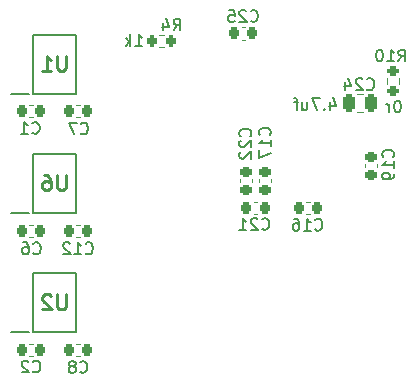
<source format=gbo>
G04 #@! TF.GenerationSoftware,KiCad,Pcbnew,8.0.8*
G04 #@! TF.CreationDate,2025-02-21T19:24:50+11:00*
G04 #@! TF.ProjectId,RP2350LevelShifter,52503233-3530-44c6-9576-656c53686966,rev?*
G04 #@! TF.SameCoordinates,Original*
G04 #@! TF.FileFunction,Legend,Bot*
G04 #@! TF.FilePolarity,Positive*
%FSLAX46Y46*%
G04 Gerber Fmt 4.6, Leading zero omitted, Abs format (unit mm)*
G04 Created by KiCad (PCBNEW 8.0.8) date 2025-02-21 19:24:50*
%MOMM*%
%LPD*%
G01*
G04 APERTURE LIST*
G04 Aperture macros list*
%AMRoundRect*
0 Rectangle with rounded corners*
0 $1 Rounding radius*
0 $2 $3 $4 $5 $6 $7 $8 $9 X,Y pos of 4 corners*
0 Add a 4 corners polygon primitive as box body*
4,1,4,$2,$3,$4,$5,$6,$7,$8,$9,$2,$3,0*
0 Add four circle primitives for the rounded corners*
1,1,$1+$1,$2,$3*
1,1,$1+$1,$4,$5*
1,1,$1+$1,$6,$7*
1,1,$1+$1,$8,$9*
0 Add four rect primitives between the rounded corners*
20,1,$1+$1,$2,$3,$4,$5,0*
20,1,$1+$1,$4,$5,$6,$7,0*
20,1,$1+$1,$6,$7,$8,$9,0*
20,1,$1+$1,$8,$9,$2,$3,0*%
G04 Aperture macros list end*
%ADD10C,0.254000*%
%ADD11C,0.150000*%
%ADD12C,0.200000*%
%ADD13C,0.120000*%
%ADD14R,1.700000X1.700000*%
%ADD15O,1.700000X1.700000*%
%ADD16C,2.500000*%
%ADD17R,1.600000X1.600000*%
%ADD18C,1.600000*%
%ADD19O,1.350000X1.700000*%
%ADD20O,1.100000X1.500000*%
%ADD21C,0.700000*%
%ADD22R,1.475000X0.450000*%
%ADD23RoundRect,0.225000X-0.225000X-0.250000X0.225000X-0.250000X0.225000X0.250000X-0.225000X0.250000X0*%
%ADD24RoundRect,0.200000X-0.275000X0.200000X-0.275000X-0.200000X0.275000X-0.200000X0.275000X0.200000X0*%
%ADD25RoundRect,0.225000X0.225000X0.250000X-0.225000X0.250000X-0.225000X-0.250000X0.225000X-0.250000X0*%
%ADD26RoundRect,0.225000X-0.250000X0.225000X-0.250000X-0.225000X0.250000X-0.225000X0.250000X0.225000X0*%
%ADD27RoundRect,0.200000X0.200000X0.275000X-0.200000X0.275000X-0.200000X-0.275000X0.200000X-0.275000X0*%
%ADD28RoundRect,0.225000X0.250000X-0.225000X0.250000X0.225000X-0.250000X0.225000X-0.250000X-0.225000X0*%
%ADD29RoundRect,0.250000X0.250000X0.475000X-0.250000X0.475000X-0.250000X-0.475000X0.250000X-0.475000X0*%
G04 APERTURE END LIST*
D10*
X129967619Y-94604318D02*
X129967619Y-95632413D01*
X129967619Y-95632413D02*
X129907142Y-95753365D01*
X129907142Y-95753365D02*
X129846666Y-95813842D01*
X129846666Y-95813842D02*
X129725714Y-95874318D01*
X129725714Y-95874318D02*
X129483809Y-95874318D01*
X129483809Y-95874318D02*
X129362857Y-95813842D01*
X129362857Y-95813842D02*
X129302380Y-95753365D01*
X129302380Y-95753365D02*
X129241904Y-95632413D01*
X129241904Y-95632413D02*
X129241904Y-94604318D01*
X127971904Y-95874318D02*
X128697619Y-95874318D01*
X128334762Y-95874318D02*
X128334762Y-94604318D01*
X128334762Y-94604318D02*
X128455714Y-94785746D01*
X128455714Y-94785746D02*
X128576666Y-94906699D01*
X128576666Y-94906699D02*
X128697619Y-94967175D01*
D11*
X146565857Y-109249380D02*
X146613476Y-109297000D01*
X146613476Y-109297000D02*
X146756333Y-109344619D01*
X146756333Y-109344619D02*
X146851571Y-109344619D01*
X146851571Y-109344619D02*
X146994428Y-109297000D01*
X146994428Y-109297000D02*
X147089666Y-109201761D01*
X147089666Y-109201761D02*
X147137285Y-109106523D01*
X147137285Y-109106523D02*
X147184904Y-108916047D01*
X147184904Y-108916047D02*
X147184904Y-108773190D01*
X147184904Y-108773190D02*
X147137285Y-108582714D01*
X147137285Y-108582714D02*
X147089666Y-108487476D01*
X147089666Y-108487476D02*
X146994428Y-108392238D01*
X146994428Y-108392238D02*
X146851571Y-108344619D01*
X146851571Y-108344619D02*
X146756333Y-108344619D01*
X146756333Y-108344619D02*
X146613476Y-108392238D01*
X146613476Y-108392238D02*
X146565857Y-108439857D01*
X146184904Y-108439857D02*
X146137285Y-108392238D01*
X146137285Y-108392238D02*
X146042047Y-108344619D01*
X146042047Y-108344619D02*
X145803952Y-108344619D01*
X145803952Y-108344619D02*
X145708714Y-108392238D01*
X145708714Y-108392238D02*
X145661095Y-108439857D01*
X145661095Y-108439857D02*
X145613476Y-108535095D01*
X145613476Y-108535095D02*
X145613476Y-108630333D01*
X145613476Y-108630333D02*
X145661095Y-108773190D01*
X145661095Y-108773190D02*
X146232523Y-109344619D01*
X146232523Y-109344619D02*
X145613476Y-109344619D01*
X144661095Y-109344619D02*
X145232523Y-109344619D01*
X144946809Y-109344619D02*
X144946809Y-108344619D01*
X144946809Y-108344619D02*
X145042047Y-108487476D01*
X145042047Y-108487476D02*
X145137285Y-108582714D01*
X145137285Y-108582714D02*
X145232523Y-108630333D01*
X158122857Y-95069819D02*
X158456190Y-94593628D01*
X158694285Y-95069819D02*
X158694285Y-94069819D01*
X158694285Y-94069819D02*
X158313333Y-94069819D01*
X158313333Y-94069819D02*
X158218095Y-94117438D01*
X158218095Y-94117438D02*
X158170476Y-94165057D01*
X158170476Y-94165057D02*
X158122857Y-94260295D01*
X158122857Y-94260295D02*
X158122857Y-94403152D01*
X158122857Y-94403152D02*
X158170476Y-94498390D01*
X158170476Y-94498390D02*
X158218095Y-94546009D01*
X158218095Y-94546009D02*
X158313333Y-94593628D01*
X158313333Y-94593628D02*
X158694285Y-94593628D01*
X157170476Y-95069819D02*
X157741904Y-95069819D01*
X157456190Y-95069819D02*
X157456190Y-94069819D01*
X157456190Y-94069819D02*
X157551428Y-94212676D01*
X157551428Y-94212676D02*
X157646666Y-94307914D01*
X157646666Y-94307914D02*
X157741904Y-94355533D01*
X156551428Y-94069819D02*
X156456190Y-94069819D01*
X156456190Y-94069819D02*
X156360952Y-94117438D01*
X156360952Y-94117438D02*
X156313333Y-94165057D01*
X156313333Y-94165057D02*
X156265714Y-94260295D01*
X156265714Y-94260295D02*
X156218095Y-94450771D01*
X156218095Y-94450771D02*
X156218095Y-94688866D01*
X156218095Y-94688866D02*
X156265714Y-94879342D01*
X156265714Y-94879342D02*
X156313333Y-94974580D01*
X156313333Y-94974580D02*
X156360952Y-95022200D01*
X156360952Y-95022200D02*
X156456190Y-95069819D01*
X156456190Y-95069819D02*
X156551428Y-95069819D01*
X156551428Y-95069819D02*
X156646666Y-95022200D01*
X156646666Y-95022200D02*
X156694285Y-94974580D01*
X156694285Y-94974580D02*
X156741904Y-94879342D01*
X156741904Y-94879342D02*
X156789523Y-94688866D01*
X156789523Y-94688866D02*
X156789523Y-94450771D01*
X156789523Y-94450771D02*
X156741904Y-94260295D01*
X156741904Y-94260295D02*
X156694285Y-94165057D01*
X156694285Y-94165057D02*
X156646666Y-94117438D01*
X156646666Y-94117438D02*
X156551428Y-94069819D01*
X158091142Y-98387819D02*
X157995904Y-98387819D01*
X157995904Y-98387819D02*
X157900666Y-98435438D01*
X157900666Y-98435438D02*
X157853047Y-98483057D01*
X157853047Y-98483057D02*
X157805428Y-98578295D01*
X157805428Y-98578295D02*
X157757809Y-98768771D01*
X157757809Y-98768771D02*
X157757809Y-99006866D01*
X157757809Y-99006866D02*
X157805428Y-99197342D01*
X157805428Y-99197342D02*
X157853047Y-99292580D01*
X157853047Y-99292580D02*
X157900666Y-99340200D01*
X157900666Y-99340200D02*
X157995904Y-99387819D01*
X157995904Y-99387819D02*
X158091142Y-99387819D01*
X158091142Y-99387819D02*
X158186380Y-99340200D01*
X158186380Y-99340200D02*
X158233999Y-99292580D01*
X158233999Y-99292580D02*
X158281618Y-99197342D01*
X158281618Y-99197342D02*
X158329237Y-99006866D01*
X158329237Y-99006866D02*
X158329237Y-98768771D01*
X158329237Y-98768771D02*
X158281618Y-98578295D01*
X158281618Y-98578295D02*
X158233999Y-98483057D01*
X158233999Y-98483057D02*
X158186380Y-98435438D01*
X158186380Y-98435438D02*
X158091142Y-98387819D01*
X157329237Y-99387819D02*
X157329237Y-98721152D01*
X157329237Y-98911628D02*
X157281618Y-98816390D01*
X157281618Y-98816390D02*
X157233999Y-98768771D01*
X157233999Y-98768771D02*
X157138761Y-98721152D01*
X157138761Y-98721152D02*
X157043523Y-98721152D01*
D10*
X129967619Y-104704318D02*
X129967619Y-105732413D01*
X129967619Y-105732413D02*
X129907142Y-105853365D01*
X129907142Y-105853365D02*
X129846666Y-105913842D01*
X129846666Y-105913842D02*
X129725714Y-105974318D01*
X129725714Y-105974318D02*
X129483809Y-105974318D01*
X129483809Y-105974318D02*
X129362857Y-105913842D01*
X129362857Y-105913842D02*
X129302380Y-105853365D01*
X129302380Y-105853365D02*
X129241904Y-105732413D01*
X129241904Y-105732413D02*
X129241904Y-104704318D01*
X128092857Y-104704318D02*
X128334762Y-104704318D01*
X128334762Y-104704318D02*
X128455714Y-104764794D01*
X128455714Y-104764794D02*
X128516190Y-104825270D01*
X128516190Y-104825270D02*
X128637143Y-105006699D01*
X128637143Y-105006699D02*
X128697619Y-105248603D01*
X128697619Y-105248603D02*
X128697619Y-105732413D01*
X128697619Y-105732413D02*
X128637143Y-105853365D01*
X128637143Y-105853365D02*
X128576666Y-105913842D01*
X128576666Y-105913842D02*
X128455714Y-105974318D01*
X128455714Y-105974318D02*
X128213809Y-105974318D01*
X128213809Y-105974318D02*
X128092857Y-105913842D01*
X128092857Y-105913842D02*
X128032381Y-105853365D01*
X128032381Y-105853365D02*
X127971904Y-105732413D01*
X127971904Y-105732413D02*
X127971904Y-105430032D01*
X127971904Y-105430032D02*
X128032381Y-105309080D01*
X128032381Y-105309080D02*
X128092857Y-105248603D01*
X128092857Y-105248603D02*
X128213809Y-105188127D01*
X128213809Y-105188127D02*
X128455714Y-105188127D01*
X128455714Y-105188127D02*
X128576666Y-105248603D01*
X128576666Y-105248603D02*
X128637143Y-105309080D01*
X128637143Y-105309080D02*
X128697619Y-105430032D01*
D11*
X127166666Y-121309580D02*
X127214285Y-121357200D01*
X127214285Y-121357200D02*
X127357142Y-121404819D01*
X127357142Y-121404819D02*
X127452380Y-121404819D01*
X127452380Y-121404819D02*
X127595237Y-121357200D01*
X127595237Y-121357200D02*
X127690475Y-121261961D01*
X127690475Y-121261961D02*
X127738094Y-121166723D01*
X127738094Y-121166723D02*
X127785713Y-120976247D01*
X127785713Y-120976247D02*
X127785713Y-120833390D01*
X127785713Y-120833390D02*
X127738094Y-120642914D01*
X127738094Y-120642914D02*
X127690475Y-120547676D01*
X127690475Y-120547676D02*
X127595237Y-120452438D01*
X127595237Y-120452438D02*
X127452380Y-120404819D01*
X127452380Y-120404819D02*
X127357142Y-120404819D01*
X127357142Y-120404819D02*
X127214285Y-120452438D01*
X127214285Y-120452438D02*
X127166666Y-120500057D01*
X126785713Y-120500057D02*
X126738094Y-120452438D01*
X126738094Y-120452438D02*
X126642856Y-120404819D01*
X126642856Y-120404819D02*
X126404761Y-120404819D01*
X126404761Y-120404819D02*
X126309523Y-120452438D01*
X126309523Y-120452438D02*
X126261904Y-120500057D01*
X126261904Y-120500057D02*
X126214285Y-120595295D01*
X126214285Y-120595295D02*
X126214285Y-120690533D01*
X126214285Y-120690533D02*
X126261904Y-120833390D01*
X126261904Y-120833390D02*
X126833332Y-121404819D01*
X126833332Y-121404819D02*
X126214285Y-121404819D01*
X127116666Y-101109580D02*
X127164285Y-101157200D01*
X127164285Y-101157200D02*
X127307142Y-101204819D01*
X127307142Y-101204819D02*
X127402380Y-101204819D01*
X127402380Y-101204819D02*
X127545237Y-101157200D01*
X127545237Y-101157200D02*
X127640475Y-101061961D01*
X127640475Y-101061961D02*
X127688094Y-100966723D01*
X127688094Y-100966723D02*
X127735713Y-100776247D01*
X127735713Y-100776247D02*
X127735713Y-100633390D01*
X127735713Y-100633390D02*
X127688094Y-100442914D01*
X127688094Y-100442914D02*
X127640475Y-100347676D01*
X127640475Y-100347676D02*
X127545237Y-100252438D01*
X127545237Y-100252438D02*
X127402380Y-100204819D01*
X127402380Y-100204819D02*
X127307142Y-100204819D01*
X127307142Y-100204819D02*
X127164285Y-100252438D01*
X127164285Y-100252438D02*
X127116666Y-100300057D01*
X126164285Y-101204819D02*
X126735713Y-101204819D01*
X126449999Y-101204819D02*
X126449999Y-100204819D01*
X126449999Y-100204819D02*
X126545237Y-100347676D01*
X126545237Y-100347676D02*
X126640475Y-100442914D01*
X126640475Y-100442914D02*
X126735713Y-100490533D01*
X131216666Y-101159580D02*
X131264285Y-101207200D01*
X131264285Y-101207200D02*
X131407142Y-101254819D01*
X131407142Y-101254819D02*
X131502380Y-101254819D01*
X131502380Y-101254819D02*
X131645237Y-101207200D01*
X131645237Y-101207200D02*
X131740475Y-101111961D01*
X131740475Y-101111961D02*
X131788094Y-101016723D01*
X131788094Y-101016723D02*
X131835713Y-100826247D01*
X131835713Y-100826247D02*
X131835713Y-100683390D01*
X131835713Y-100683390D02*
X131788094Y-100492914D01*
X131788094Y-100492914D02*
X131740475Y-100397676D01*
X131740475Y-100397676D02*
X131645237Y-100302438D01*
X131645237Y-100302438D02*
X131502380Y-100254819D01*
X131502380Y-100254819D02*
X131407142Y-100254819D01*
X131407142Y-100254819D02*
X131264285Y-100302438D01*
X131264285Y-100302438D02*
X131216666Y-100350057D01*
X130883332Y-100254819D02*
X130216666Y-100254819D01*
X130216666Y-100254819D02*
X130645237Y-101254819D01*
X157661780Y-103166942D02*
X157709400Y-103119323D01*
X157709400Y-103119323D02*
X157757019Y-102976466D01*
X157757019Y-102976466D02*
X157757019Y-102881228D01*
X157757019Y-102881228D02*
X157709400Y-102738371D01*
X157709400Y-102738371D02*
X157614161Y-102643133D01*
X157614161Y-102643133D02*
X157518923Y-102595514D01*
X157518923Y-102595514D02*
X157328447Y-102547895D01*
X157328447Y-102547895D02*
X157185590Y-102547895D01*
X157185590Y-102547895D02*
X156995114Y-102595514D01*
X156995114Y-102595514D02*
X156899876Y-102643133D01*
X156899876Y-102643133D02*
X156804638Y-102738371D01*
X156804638Y-102738371D02*
X156757019Y-102881228D01*
X156757019Y-102881228D02*
X156757019Y-102976466D01*
X156757019Y-102976466D02*
X156804638Y-103119323D01*
X156804638Y-103119323D02*
X156852257Y-103166942D01*
X157757019Y-104119323D02*
X157757019Y-103547895D01*
X157757019Y-103833609D02*
X156757019Y-103833609D01*
X156757019Y-103833609D02*
X156899876Y-103738371D01*
X156899876Y-103738371D02*
X156995114Y-103643133D01*
X156995114Y-103643133D02*
X157042733Y-103547895D01*
X157757019Y-104595514D02*
X157757019Y-104785990D01*
X157757019Y-104785990D02*
X157709400Y-104881228D01*
X157709400Y-104881228D02*
X157661780Y-104928847D01*
X157661780Y-104928847D02*
X157518923Y-105024085D01*
X157518923Y-105024085D02*
X157328447Y-105071704D01*
X157328447Y-105071704D02*
X156947495Y-105071704D01*
X156947495Y-105071704D02*
X156852257Y-105024085D01*
X156852257Y-105024085D02*
X156804638Y-104976466D01*
X156804638Y-104976466D02*
X156757019Y-104881228D01*
X156757019Y-104881228D02*
X156757019Y-104690752D01*
X156757019Y-104690752D02*
X156804638Y-104595514D01*
X156804638Y-104595514D02*
X156852257Y-104547895D01*
X156852257Y-104547895D02*
X156947495Y-104500276D01*
X156947495Y-104500276D02*
X157185590Y-104500276D01*
X157185590Y-104500276D02*
X157280828Y-104547895D01*
X157280828Y-104547895D02*
X157328447Y-104595514D01*
X157328447Y-104595514D02*
X157376066Y-104690752D01*
X157376066Y-104690752D02*
X157376066Y-104881228D01*
X157376066Y-104881228D02*
X157328447Y-104976466D01*
X157328447Y-104976466D02*
X157280828Y-105024085D01*
X157280828Y-105024085D02*
X157185590Y-105071704D01*
X139079266Y-92453619D02*
X139412599Y-91977428D01*
X139650694Y-92453619D02*
X139650694Y-91453619D01*
X139650694Y-91453619D02*
X139269742Y-91453619D01*
X139269742Y-91453619D02*
X139174504Y-91501238D01*
X139174504Y-91501238D02*
X139126885Y-91548857D01*
X139126885Y-91548857D02*
X139079266Y-91644095D01*
X139079266Y-91644095D02*
X139079266Y-91786952D01*
X139079266Y-91786952D02*
X139126885Y-91882190D01*
X139126885Y-91882190D02*
X139174504Y-91929809D01*
X139174504Y-91929809D02*
X139269742Y-91977428D01*
X139269742Y-91977428D02*
X139650694Y-91977428D01*
X138222123Y-91786952D02*
X138222123Y-92453619D01*
X138460218Y-91406000D02*
X138698313Y-92120285D01*
X138698313Y-92120285D02*
X138079266Y-92120285D01*
X135856647Y-93774419D02*
X136428075Y-93774419D01*
X136142361Y-93774419D02*
X136142361Y-92774419D01*
X136142361Y-92774419D02*
X136237599Y-92917276D01*
X136237599Y-92917276D02*
X136332837Y-93012514D01*
X136332837Y-93012514D02*
X136428075Y-93060133D01*
X135428075Y-93774419D02*
X135428075Y-92774419D01*
X135332837Y-93393466D02*
X135047123Y-93774419D01*
X135047123Y-93107752D02*
X135428075Y-93488704D01*
X127216666Y-111309580D02*
X127264285Y-111357200D01*
X127264285Y-111357200D02*
X127407142Y-111404819D01*
X127407142Y-111404819D02*
X127502380Y-111404819D01*
X127502380Y-111404819D02*
X127645237Y-111357200D01*
X127645237Y-111357200D02*
X127740475Y-111261961D01*
X127740475Y-111261961D02*
X127788094Y-111166723D01*
X127788094Y-111166723D02*
X127835713Y-110976247D01*
X127835713Y-110976247D02*
X127835713Y-110833390D01*
X127835713Y-110833390D02*
X127788094Y-110642914D01*
X127788094Y-110642914D02*
X127740475Y-110547676D01*
X127740475Y-110547676D02*
X127645237Y-110452438D01*
X127645237Y-110452438D02*
X127502380Y-110404819D01*
X127502380Y-110404819D02*
X127407142Y-110404819D01*
X127407142Y-110404819D02*
X127264285Y-110452438D01*
X127264285Y-110452438D02*
X127216666Y-110500057D01*
X126359523Y-110404819D02*
X126549999Y-110404819D01*
X126549999Y-110404819D02*
X126645237Y-110452438D01*
X126645237Y-110452438D02*
X126692856Y-110500057D01*
X126692856Y-110500057D02*
X126788094Y-110642914D01*
X126788094Y-110642914D02*
X126835713Y-110833390D01*
X126835713Y-110833390D02*
X126835713Y-111214342D01*
X126835713Y-111214342D02*
X126788094Y-111309580D01*
X126788094Y-111309580D02*
X126740475Y-111357200D01*
X126740475Y-111357200D02*
X126645237Y-111404819D01*
X126645237Y-111404819D02*
X126454761Y-111404819D01*
X126454761Y-111404819D02*
X126359523Y-111357200D01*
X126359523Y-111357200D02*
X126311904Y-111309580D01*
X126311904Y-111309580D02*
X126264285Y-111214342D01*
X126264285Y-111214342D02*
X126264285Y-110976247D01*
X126264285Y-110976247D02*
X126311904Y-110881009D01*
X126311904Y-110881009D02*
X126359523Y-110833390D01*
X126359523Y-110833390D02*
X126454761Y-110785771D01*
X126454761Y-110785771D02*
X126645237Y-110785771D01*
X126645237Y-110785771D02*
X126740475Y-110833390D01*
X126740475Y-110833390D02*
X126788094Y-110881009D01*
X126788094Y-110881009D02*
X126835713Y-110976247D01*
D10*
X129967619Y-114804318D02*
X129967619Y-115832413D01*
X129967619Y-115832413D02*
X129907142Y-115953365D01*
X129907142Y-115953365D02*
X129846666Y-116013842D01*
X129846666Y-116013842D02*
X129725714Y-116074318D01*
X129725714Y-116074318D02*
X129483809Y-116074318D01*
X129483809Y-116074318D02*
X129362857Y-116013842D01*
X129362857Y-116013842D02*
X129302380Y-115953365D01*
X129302380Y-115953365D02*
X129241904Y-115832413D01*
X129241904Y-115832413D02*
X129241904Y-114804318D01*
X128697619Y-114925270D02*
X128637143Y-114864794D01*
X128637143Y-114864794D02*
X128516190Y-114804318D01*
X128516190Y-114804318D02*
X128213809Y-114804318D01*
X128213809Y-114804318D02*
X128092857Y-114864794D01*
X128092857Y-114864794D02*
X128032381Y-114925270D01*
X128032381Y-114925270D02*
X127971904Y-115046222D01*
X127971904Y-115046222D02*
X127971904Y-115167175D01*
X127971904Y-115167175D02*
X128032381Y-115348603D01*
X128032381Y-115348603D02*
X128758095Y-116074318D01*
X128758095Y-116074318D02*
X127971904Y-116074318D01*
D11*
X147209580Y-101307142D02*
X147257200Y-101259523D01*
X147257200Y-101259523D02*
X147304819Y-101116666D01*
X147304819Y-101116666D02*
X147304819Y-101021428D01*
X147304819Y-101021428D02*
X147257200Y-100878571D01*
X147257200Y-100878571D02*
X147161961Y-100783333D01*
X147161961Y-100783333D02*
X147066723Y-100735714D01*
X147066723Y-100735714D02*
X146876247Y-100688095D01*
X146876247Y-100688095D02*
X146733390Y-100688095D01*
X146733390Y-100688095D02*
X146542914Y-100735714D01*
X146542914Y-100735714D02*
X146447676Y-100783333D01*
X146447676Y-100783333D02*
X146352438Y-100878571D01*
X146352438Y-100878571D02*
X146304819Y-101021428D01*
X146304819Y-101021428D02*
X146304819Y-101116666D01*
X146304819Y-101116666D02*
X146352438Y-101259523D01*
X146352438Y-101259523D02*
X146400057Y-101307142D01*
X147304819Y-102259523D02*
X147304819Y-101688095D01*
X147304819Y-101973809D02*
X146304819Y-101973809D01*
X146304819Y-101973809D02*
X146447676Y-101878571D01*
X146447676Y-101878571D02*
X146542914Y-101783333D01*
X146542914Y-101783333D02*
X146590533Y-101688095D01*
X146304819Y-102592857D02*
X146304819Y-103259523D01*
X146304819Y-103259523D02*
X147304819Y-102830952D01*
X145600657Y-91647180D02*
X145648276Y-91694800D01*
X145648276Y-91694800D02*
X145791133Y-91742419D01*
X145791133Y-91742419D02*
X145886371Y-91742419D01*
X145886371Y-91742419D02*
X146029228Y-91694800D01*
X146029228Y-91694800D02*
X146124466Y-91599561D01*
X146124466Y-91599561D02*
X146172085Y-91504323D01*
X146172085Y-91504323D02*
X146219704Y-91313847D01*
X146219704Y-91313847D02*
X146219704Y-91170990D01*
X146219704Y-91170990D02*
X146172085Y-90980514D01*
X146172085Y-90980514D02*
X146124466Y-90885276D01*
X146124466Y-90885276D02*
X146029228Y-90790038D01*
X146029228Y-90790038D02*
X145886371Y-90742419D01*
X145886371Y-90742419D02*
X145791133Y-90742419D01*
X145791133Y-90742419D02*
X145648276Y-90790038D01*
X145648276Y-90790038D02*
X145600657Y-90837657D01*
X145219704Y-90837657D02*
X145172085Y-90790038D01*
X145172085Y-90790038D02*
X145076847Y-90742419D01*
X145076847Y-90742419D02*
X144838752Y-90742419D01*
X144838752Y-90742419D02*
X144743514Y-90790038D01*
X144743514Y-90790038D02*
X144695895Y-90837657D01*
X144695895Y-90837657D02*
X144648276Y-90932895D01*
X144648276Y-90932895D02*
X144648276Y-91028133D01*
X144648276Y-91028133D02*
X144695895Y-91170990D01*
X144695895Y-91170990D02*
X145267323Y-91742419D01*
X145267323Y-91742419D02*
X144648276Y-91742419D01*
X143743514Y-90742419D02*
X144219704Y-90742419D01*
X144219704Y-90742419D02*
X144267323Y-91218609D01*
X144267323Y-91218609D02*
X144219704Y-91170990D01*
X144219704Y-91170990D02*
X144124466Y-91123371D01*
X144124466Y-91123371D02*
X143886371Y-91123371D01*
X143886371Y-91123371D02*
X143791133Y-91170990D01*
X143791133Y-91170990D02*
X143743514Y-91218609D01*
X143743514Y-91218609D02*
X143695895Y-91313847D01*
X143695895Y-91313847D02*
X143695895Y-91551942D01*
X143695895Y-91551942D02*
X143743514Y-91647180D01*
X143743514Y-91647180D02*
X143791133Y-91694800D01*
X143791133Y-91694800D02*
X143886371Y-91742419D01*
X143886371Y-91742419D02*
X144124466Y-91742419D01*
X144124466Y-91742419D02*
X144219704Y-91694800D01*
X144219704Y-91694800D02*
X144267323Y-91647180D01*
X145559580Y-101407142D02*
X145607200Y-101359523D01*
X145607200Y-101359523D02*
X145654819Y-101216666D01*
X145654819Y-101216666D02*
X145654819Y-101121428D01*
X145654819Y-101121428D02*
X145607200Y-100978571D01*
X145607200Y-100978571D02*
X145511961Y-100883333D01*
X145511961Y-100883333D02*
X145416723Y-100835714D01*
X145416723Y-100835714D02*
X145226247Y-100788095D01*
X145226247Y-100788095D02*
X145083390Y-100788095D01*
X145083390Y-100788095D02*
X144892914Y-100835714D01*
X144892914Y-100835714D02*
X144797676Y-100883333D01*
X144797676Y-100883333D02*
X144702438Y-100978571D01*
X144702438Y-100978571D02*
X144654819Y-101121428D01*
X144654819Y-101121428D02*
X144654819Y-101216666D01*
X144654819Y-101216666D02*
X144702438Y-101359523D01*
X144702438Y-101359523D02*
X144750057Y-101407142D01*
X144750057Y-101788095D02*
X144702438Y-101835714D01*
X144702438Y-101835714D02*
X144654819Y-101930952D01*
X144654819Y-101930952D02*
X144654819Y-102169047D01*
X144654819Y-102169047D02*
X144702438Y-102264285D01*
X144702438Y-102264285D02*
X144750057Y-102311904D01*
X144750057Y-102311904D02*
X144845295Y-102359523D01*
X144845295Y-102359523D02*
X144940533Y-102359523D01*
X144940533Y-102359523D02*
X145083390Y-102311904D01*
X145083390Y-102311904D02*
X145654819Y-101740476D01*
X145654819Y-101740476D02*
X145654819Y-102359523D01*
X144750057Y-102740476D02*
X144702438Y-102788095D01*
X144702438Y-102788095D02*
X144654819Y-102883333D01*
X144654819Y-102883333D02*
X144654819Y-103121428D01*
X144654819Y-103121428D02*
X144702438Y-103216666D01*
X144702438Y-103216666D02*
X144750057Y-103264285D01*
X144750057Y-103264285D02*
X144845295Y-103311904D01*
X144845295Y-103311904D02*
X144940533Y-103311904D01*
X144940533Y-103311904D02*
X145083390Y-103264285D01*
X145083390Y-103264285D02*
X145654819Y-102692857D01*
X145654819Y-102692857D02*
X145654819Y-103311904D01*
X155446457Y-97412380D02*
X155494076Y-97460000D01*
X155494076Y-97460000D02*
X155636933Y-97507619D01*
X155636933Y-97507619D02*
X155732171Y-97507619D01*
X155732171Y-97507619D02*
X155875028Y-97460000D01*
X155875028Y-97460000D02*
X155970266Y-97364761D01*
X155970266Y-97364761D02*
X156017885Y-97269523D01*
X156017885Y-97269523D02*
X156065504Y-97079047D01*
X156065504Y-97079047D02*
X156065504Y-96936190D01*
X156065504Y-96936190D02*
X156017885Y-96745714D01*
X156017885Y-96745714D02*
X155970266Y-96650476D01*
X155970266Y-96650476D02*
X155875028Y-96555238D01*
X155875028Y-96555238D02*
X155732171Y-96507619D01*
X155732171Y-96507619D02*
X155636933Y-96507619D01*
X155636933Y-96507619D02*
X155494076Y-96555238D01*
X155494076Y-96555238D02*
X155446457Y-96602857D01*
X155065504Y-96602857D02*
X155017885Y-96555238D01*
X155017885Y-96555238D02*
X154922647Y-96507619D01*
X154922647Y-96507619D02*
X154684552Y-96507619D01*
X154684552Y-96507619D02*
X154589314Y-96555238D01*
X154589314Y-96555238D02*
X154541695Y-96602857D01*
X154541695Y-96602857D02*
X154494076Y-96698095D01*
X154494076Y-96698095D02*
X154494076Y-96793333D01*
X154494076Y-96793333D02*
X154541695Y-96936190D01*
X154541695Y-96936190D02*
X155113123Y-97507619D01*
X155113123Y-97507619D02*
X154494076Y-97507619D01*
X153636933Y-96840952D02*
X153636933Y-97507619D01*
X153875028Y-96460000D02*
X154113123Y-97174285D01*
X154113123Y-97174285D02*
X153494076Y-97174285D01*
X152366504Y-98492552D02*
X152366504Y-99159219D01*
X152604599Y-98111600D02*
X152842694Y-98825885D01*
X152842694Y-98825885D02*
X152223647Y-98825885D01*
X151842694Y-99063980D02*
X151795075Y-99111600D01*
X151795075Y-99111600D02*
X151842694Y-99159219D01*
X151842694Y-99159219D02*
X151890313Y-99111600D01*
X151890313Y-99111600D02*
X151842694Y-99063980D01*
X151842694Y-99063980D02*
X151842694Y-99159219D01*
X151461742Y-98159219D02*
X150795076Y-98159219D01*
X150795076Y-98159219D02*
X151223647Y-99159219D01*
X149985552Y-98492552D02*
X149985552Y-99159219D01*
X150414123Y-98492552D02*
X150414123Y-99016361D01*
X150414123Y-99016361D02*
X150366504Y-99111600D01*
X150366504Y-99111600D02*
X150271266Y-99159219D01*
X150271266Y-99159219D02*
X150128409Y-99159219D01*
X150128409Y-99159219D02*
X150033171Y-99111600D01*
X150033171Y-99111600D02*
X149985552Y-99063980D01*
X149652218Y-98492552D02*
X149271266Y-98492552D01*
X149509361Y-99159219D02*
X149509361Y-98302076D01*
X149509361Y-98302076D02*
X149461742Y-98206838D01*
X149461742Y-98206838D02*
X149366504Y-98159219D01*
X149366504Y-98159219D02*
X149271266Y-98159219D01*
X151061657Y-109300180D02*
X151109276Y-109347800D01*
X151109276Y-109347800D02*
X151252133Y-109395419D01*
X151252133Y-109395419D02*
X151347371Y-109395419D01*
X151347371Y-109395419D02*
X151490228Y-109347800D01*
X151490228Y-109347800D02*
X151585466Y-109252561D01*
X151585466Y-109252561D02*
X151633085Y-109157323D01*
X151633085Y-109157323D02*
X151680704Y-108966847D01*
X151680704Y-108966847D02*
X151680704Y-108823990D01*
X151680704Y-108823990D02*
X151633085Y-108633514D01*
X151633085Y-108633514D02*
X151585466Y-108538276D01*
X151585466Y-108538276D02*
X151490228Y-108443038D01*
X151490228Y-108443038D02*
X151347371Y-108395419D01*
X151347371Y-108395419D02*
X151252133Y-108395419D01*
X151252133Y-108395419D02*
X151109276Y-108443038D01*
X151109276Y-108443038D02*
X151061657Y-108490657D01*
X150109276Y-109395419D02*
X150680704Y-109395419D01*
X150394990Y-109395419D02*
X150394990Y-108395419D01*
X150394990Y-108395419D02*
X150490228Y-108538276D01*
X150490228Y-108538276D02*
X150585466Y-108633514D01*
X150585466Y-108633514D02*
X150680704Y-108681133D01*
X149252133Y-108395419D02*
X149442609Y-108395419D01*
X149442609Y-108395419D02*
X149537847Y-108443038D01*
X149537847Y-108443038D02*
X149585466Y-108490657D01*
X149585466Y-108490657D02*
X149680704Y-108633514D01*
X149680704Y-108633514D02*
X149728323Y-108823990D01*
X149728323Y-108823990D02*
X149728323Y-109204942D01*
X149728323Y-109204942D02*
X149680704Y-109300180D01*
X149680704Y-109300180D02*
X149633085Y-109347800D01*
X149633085Y-109347800D02*
X149537847Y-109395419D01*
X149537847Y-109395419D02*
X149347371Y-109395419D01*
X149347371Y-109395419D02*
X149252133Y-109347800D01*
X149252133Y-109347800D02*
X149204514Y-109300180D01*
X149204514Y-109300180D02*
X149156895Y-109204942D01*
X149156895Y-109204942D02*
X149156895Y-108966847D01*
X149156895Y-108966847D02*
X149204514Y-108871609D01*
X149204514Y-108871609D02*
X149252133Y-108823990D01*
X149252133Y-108823990D02*
X149347371Y-108776371D01*
X149347371Y-108776371D02*
X149537847Y-108776371D01*
X149537847Y-108776371D02*
X149633085Y-108823990D01*
X149633085Y-108823990D02*
X149680704Y-108871609D01*
X149680704Y-108871609D02*
X149728323Y-108966847D01*
X131642857Y-111309580D02*
X131690476Y-111357200D01*
X131690476Y-111357200D02*
X131833333Y-111404819D01*
X131833333Y-111404819D02*
X131928571Y-111404819D01*
X131928571Y-111404819D02*
X132071428Y-111357200D01*
X132071428Y-111357200D02*
X132166666Y-111261961D01*
X132166666Y-111261961D02*
X132214285Y-111166723D01*
X132214285Y-111166723D02*
X132261904Y-110976247D01*
X132261904Y-110976247D02*
X132261904Y-110833390D01*
X132261904Y-110833390D02*
X132214285Y-110642914D01*
X132214285Y-110642914D02*
X132166666Y-110547676D01*
X132166666Y-110547676D02*
X132071428Y-110452438D01*
X132071428Y-110452438D02*
X131928571Y-110404819D01*
X131928571Y-110404819D02*
X131833333Y-110404819D01*
X131833333Y-110404819D02*
X131690476Y-110452438D01*
X131690476Y-110452438D02*
X131642857Y-110500057D01*
X130690476Y-111404819D02*
X131261904Y-111404819D01*
X130976190Y-111404819D02*
X130976190Y-110404819D01*
X130976190Y-110404819D02*
X131071428Y-110547676D01*
X131071428Y-110547676D02*
X131166666Y-110642914D01*
X131166666Y-110642914D02*
X131261904Y-110690533D01*
X130309523Y-110500057D02*
X130261904Y-110452438D01*
X130261904Y-110452438D02*
X130166666Y-110404819D01*
X130166666Y-110404819D02*
X129928571Y-110404819D01*
X129928571Y-110404819D02*
X129833333Y-110452438D01*
X129833333Y-110452438D02*
X129785714Y-110500057D01*
X129785714Y-110500057D02*
X129738095Y-110595295D01*
X129738095Y-110595295D02*
X129738095Y-110690533D01*
X129738095Y-110690533D02*
X129785714Y-110833390D01*
X129785714Y-110833390D02*
X130357142Y-111404819D01*
X130357142Y-111404819D02*
X129738095Y-111404819D01*
X131166666Y-121359580D02*
X131214285Y-121407200D01*
X131214285Y-121407200D02*
X131357142Y-121454819D01*
X131357142Y-121454819D02*
X131452380Y-121454819D01*
X131452380Y-121454819D02*
X131595237Y-121407200D01*
X131595237Y-121407200D02*
X131690475Y-121311961D01*
X131690475Y-121311961D02*
X131738094Y-121216723D01*
X131738094Y-121216723D02*
X131785713Y-121026247D01*
X131785713Y-121026247D02*
X131785713Y-120883390D01*
X131785713Y-120883390D02*
X131738094Y-120692914D01*
X131738094Y-120692914D02*
X131690475Y-120597676D01*
X131690475Y-120597676D02*
X131595237Y-120502438D01*
X131595237Y-120502438D02*
X131452380Y-120454819D01*
X131452380Y-120454819D02*
X131357142Y-120454819D01*
X131357142Y-120454819D02*
X131214285Y-120502438D01*
X131214285Y-120502438D02*
X131166666Y-120550057D01*
X130595237Y-120883390D02*
X130690475Y-120835771D01*
X130690475Y-120835771D02*
X130738094Y-120788152D01*
X130738094Y-120788152D02*
X130785713Y-120692914D01*
X130785713Y-120692914D02*
X130785713Y-120645295D01*
X130785713Y-120645295D02*
X130738094Y-120550057D01*
X130738094Y-120550057D02*
X130690475Y-120502438D01*
X130690475Y-120502438D02*
X130595237Y-120454819D01*
X130595237Y-120454819D02*
X130404761Y-120454819D01*
X130404761Y-120454819D02*
X130309523Y-120502438D01*
X130309523Y-120502438D02*
X130261904Y-120550057D01*
X130261904Y-120550057D02*
X130214285Y-120645295D01*
X130214285Y-120645295D02*
X130214285Y-120692914D01*
X130214285Y-120692914D02*
X130261904Y-120788152D01*
X130261904Y-120788152D02*
X130309523Y-120835771D01*
X130309523Y-120835771D02*
X130404761Y-120883390D01*
X130404761Y-120883390D02*
X130595237Y-120883390D01*
X130595237Y-120883390D02*
X130690475Y-120931009D01*
X130690475Y-120931009D02*
X130738094Y-120978628D01*
X130738094Y-120978628D02*
X130785713Y-121073866D01*
X130785713Y-121073866D02*
X130785713Y-121264342D01*
X130785713Y-121264342D02*
X130738094Y-121359580D01*
X130738094Y-121359580D02*
X130690475Y-121407200D01*
X130690475Y-121407200D02*
X130595237Y-121454819D01*
X130595237Y-121454819D02*
X130404761Y-121454819D01*
X130404761Y-121454819D02*
X130309523Y-121407200D01*
X130309523Y-121407200D02*
X130261904Y-121359580D01*
X130261904Y-121359580D02*
X130214285Y-121264342D01*
X130214285Y-121264342D02*
X130214285Y-121073866D01*
X130214285Y-121073866D02*
X130261904Y-120978628D01*
X130261904Y-120978628D02*
X130309523Y-120931009D01*
X130309523Y-120931009D02*
X130404761Y-120883390D01*
D12*
X126800000Y-97825000D02*
X125325000Y-97825000D01*
X127150000Y-92800000D02*
X130850000Y-92800000D01*
X127150000Y-97800000D02*
X127150000Y-92800000D01*
X130850000Y-92800000D02*
X130850000Y-97800000D01*
X130850000Y-97800000D02*
X127150000Y-97800000D01*
D13*
X146165580Y-106940000D02*
X145884420Y-106940000D01*
X146165580Y-107960000D02*
X145884420Y-107960000D01*
X157160700Y-96973658D02*
X157160700Y-96499142D01*
X158205700Y-96973658D02*
X158205700Y-96499142D01*
D12*
X126800000Y-107925000D02*
X125325000Y-107925000D01*
X127150000Y-102900000D02*
X130850000Y-102900000D01*
X127150000Y-107900000D02*
X127150000Y-102900000D01*
X130850000Y-102900000D02*
X130850000Y-107900000D01*
X130850000Y-107900000D02*
X127150000Y-107900000D01*
D13*
X126859420Y-118990000D02*
X127140580Y-118990000D01*
X126859420Y-120010000D02*
X127140580Y-120010000D01*
X126859420Y-98790000D02*
X127140580Y-98790000D01*
X126859420Y-99810000D02*
X127140580Y-99810000D01*
X130859420Y-98790000D02*
X131140580Y-98790000D01*
X130859420Y-99810000D02*
X131140580Y-99810000D01*
X155319000Y-104051980D02*
X155319000Y-103770820D01*
X156339000Y-104051980D02*
X156339000Y-103770820D01*
X137824942Y-92847900D02*
X138299458Y-92847900D01*
X137824942Y-93892900D02*
X138299458Y-93892900D01*
X126859420Y-108890000D02*
X127140580Y-108890000D01*
X126859420Y-109910000D02*
X127140580Y-109910000D01*
D12*
X126800000Y-118025000D02*
X125325000Y-118025000D01*
X127150000Y-113000000D02*
X130850000Y-113000000D01*
X127150000Y-118000000D02*
X127150000Y-113000000D01*
X130850000Y-113000000D02*
X130850000Y-118000000D01*
X130850000Y-118000000D02*
X127150000Y-118000000D01*
D13*
X146290000Y-105034419D02*
X146290000Y-105315581D01*
X147310000Y-105034419D02*
X147310000Y-105315581D01*
X145123780Y-92200000D02*
X144842620Y-92200000D01*
X145123780Y-93220000D02*
X144842620Y-93220000D01*
X144690000Y-105315580D02*
X144690000Y-105034420D01*
X145710000Y-105315580D02*
X145710000Y-105034420D01*
X154592348Y-97867800D02*
X155114852Y-97867800D01*
X154592348Y-99337800D02*
X155114852Y-99337800D01*
X150309420Y-106940000D02*
X150590580Y-106940000D01*
X150309420Y-107960000D02*
X150590580Y-107960000D01*
X130859420Y-108890000D02*
X131140580Y-108890000D01*
X130859420Y-109910000D02*
X131140580Y-109910000D01*
X130859420Y-118990000D02*
X131140580Y-118990000D01*
X130859420Y-120010000D02*
X131140580Y-120010000D01*
%LPC*%
D14*
X118490000Y-129550000D03*
D15*
X115950000Y-129550000D03*
X118490000Y-127010000D03*
X115950000Y-127010000D03*
X118490000Y-124470000D03*
X115950000Y-124470000D03*
X118490000Y-121930000D03*
X115950000Y-121930000D03*
X118490000Y-119390000D03*
X115950000Y-119390000D03*
X118490000Y-116850000D03*
X115950000Y-116850000D03*
X118490000Y-114310000D03*
X115950000Y-114310000D03*
X118490000Y-111770000D03*
X115950000Y-111770000D03*
X118490000Y-109230000D03*
X115950000Y-109230000D03*
X118490000Y-106690000D03*
X115950000Y-106690000D03*
X118490000Y-104150000D03*
X115950000Y-104150000D03*
X118490000Y-101610000D03*
X115950000Y-101610000D03*
X118490000Y-99070000D03*
X115950000Y-99070000D03*
X118490000Y-96530000D03*
X115950000Y-96530000D03*
X118490000Y-93990000D03*
X115950000Y-93990000D03*
X118490000Y-91450000D03*
X115950000Y-91450000D03*
D16*
X123000000Y-88500000D03*
D17*
X130641700Y-127010000D03*
D18*
X130641700Y-124510000D03*
D14*
X160197800Y-93395800D03*
D15*
X160197800Y-95935800D03*
X160197800Y-98475800D03*
X160197800Y-101015800D03*
X160197800Y-103555800D03*
X160197800Y-106095800D03*
D16*
X159000000Y-88500000D03*
D19*
X141693000Y-87327800D03*
D20*
X141383000Y-90327800D03*
X136543000Y-90327800D03*
D19*
X136233000Y-87327800D03*
D16*
X159000000Y-132500000D03*
D14*
X148590000Y-126410000D03*
D15*
X151130000Y-126410000D03*
X153670000Y-126410000D03*
D14*
X128874600Y-87655400D03*
D15*
X131414600Y-87655400D03*
D14*
X148590000Y-89611200D03*
D15*
X151130000Y-89611200D03*
X153670000Y-89611200D03*
D21*
X150200000Y-106062500D03*
X150200000Y-105062500D03*
X150200000Y-104062500D03*
X149200000Y-106062500D03*
X149200000Y-105062500D03*
X149200000Y-104062500D03*
X148200000Y-106062500D03*
X148200000Y-105062500D03*
X148200000Y-104062500D03*
D16*
X123000000Y-132500000D03*
D22*
X126062000Y-97250000D03*
X126062000Y-96600000D03*
X126062000Y-95950000D03*
X126062000Y-95300000D03*
X126062000Y-94650000D03*
X126062000Y-94000000D03*
X126062000Y-93350000D03*
X131938000Y-93350000D03*
X131938000Y-94000000D03*
X131938000Y-94650000D03*
X131938000Y-95300000D03*
X131938000Y-95950000D03*
X131938000Y-96600000D03*
X131938000Y-97250000D03*
D23*
X145250000Y-107450000D03*
X146800000Y-107450000D03*
D24*
X157683200Y-95911400D03*
X157683200Y-97561400D03*
D22*
X126062000Y-107350000D03*
X126062000Y-106700000D03*
X126062000Y-106050000D03*
X126062000Y-105400000D03*
X126062000Y-104750000D03*
X126062000Y-104100000D03*
X126062000Y-103450000D03*
X131938000Y-103450000D03*
X131938000Y-104100000D03*
X131938000Y-104750000D03*
X131938000Y-105400000D03*
X131938000Y-106050000D03*
X131938000Y-106700000D03*
X131938000Y-107350000D03*
D25*
X127775000Y-119500000D03*
X126225000Y-119500000D03*
X127775000Y-99300000D03*
X126225000Y-99300000D03*
X131775000Y-99300000D03*
X130225000Y-99300000D03*
D26*
X155829000Y-103136400D03*
X155829000Y-104686400D03*
D27*
X138887200Y-93370400D03*
X137237200Y-93370400D03*
D25*
X127775000Y-109400000D03*
X126225000Y-109400000D03*
D22*
X126062000Y-117450000D03*
X126062000Y-116800000D03*
X126062000Y-116150000D03*
X126062000Y-115500000D03*
X126062000Y-114850000D03*
X126062000Y-114200000D03*
X126062000Y-113550000D03*
X131938000Y-113550000D03*
X131938000Y-114200000D03*
X131938000Y-114850000D03*
X131938000Y-115500000D03*
X131938000Y-116150000D03*
X131938000Y-116800000D03*
X131938000Y-117450000D03*
D28*
X146800000Y-105950000D03*
X146800000Y-104400000D03*
D23*
X144208200Y-92710000D03*
X145758200Y-92710000D03*
D26*
X145200000Y-104400000D03*
X145200000Y-105950000D03*
D29*
X155803600Y-98602800D03*
X153903600Y-98602800D03*
D25*
X151225000Y-107450000D03*
X149675000Y-107450000D03*
X131775000Y-109400000D03*
X130225000Y-109400000D03*
X131775000Y-119500000D03*
X130225000Y-119500000D03*
D14*
X140770000Y-119380000D03*
D15*
X143310000Y-119380000D03*
X145850000Y-119380000D03*
%LPD*%
M02*

</source>
